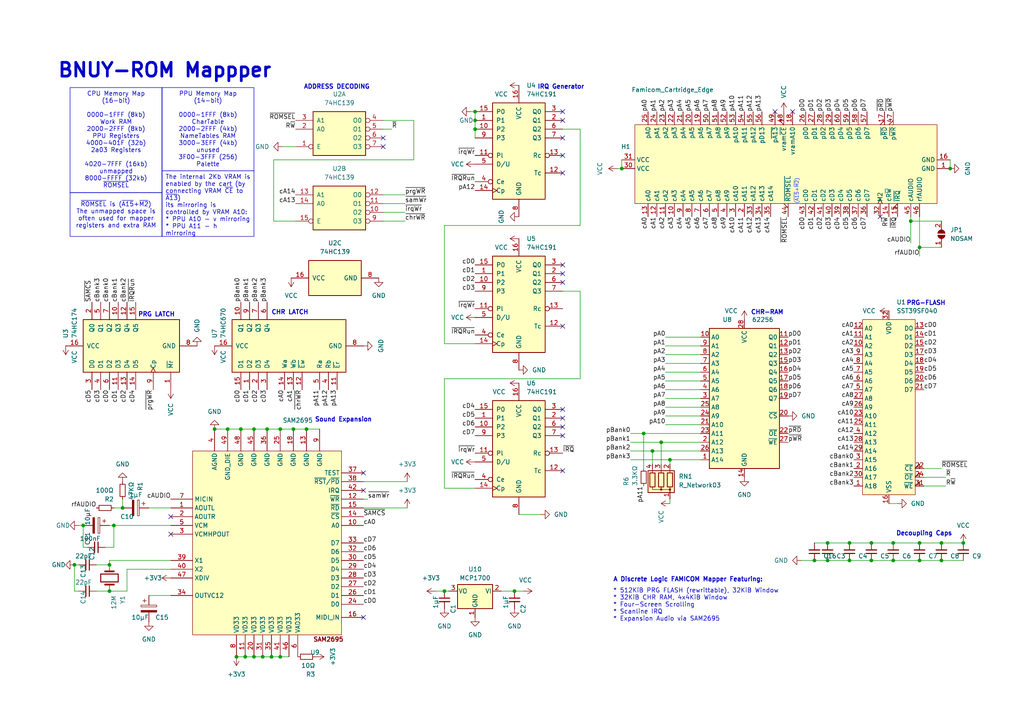
<source format=kicad_sch>
(kicad_sch (version 20230121) (generator eeschema)
  (paper "A4")
  (title_block (title "BNUY-ROM Board") (date "2024-03-04") (rev "v0a"))
  (junction (at 273.05 157.48))
  (junction (at 31.75 163.83))
  (junction (at 259.08 157.48))
  (junction (at 76.2 190.5))
  (junction (at 137.795 34.925))
  (junction (at 35.56 147.32))
  (junction (at 266.7 71.755))
  (junction (at 273.05 162.56))
  (junction (at 275.59 48.895))
  (junction (at 279.4 157.48))
  (junction (at 240.03 162.56))
  (junction (at 189.23 130.81))
  (junction (at 137.795 37.465))
  (junction (at 180.34 48.895))
  (junction (at 81.28 124.46))
  (junction (at 68.58 190.5))
  (junction (at 236.22 162.56))
  (junction (at 71.12 190.5))
  (junction (at 194.31 133.35))
  (junction (at 264.16 64.135))
  (junction (at 21.59 163.83))
  (junction (at 246.38 157.48))
  (junction (at 69.85 124.46))
  (junction (at 81.28 190.5))
  (junction (at 149.225 171.45))
  (junction (at 24.13 152.4))
  (junction (at 73.66 124.46))
  (junction (at 128.905 171.45))
  (junction (at 252.73 157.48))
  (junction (at 240.03 157.48))
  (junction (at 191.77 128.27))
  (junction (at 78.74 190.5))
  (junction (at 246.38 162.56))
  (junction (at 33.02 152.4))
  (junction (at 186.69 125.73))
  (junction (at 252.73 162.56))
  (junction (at 259.08 162.56))
  (junction (at 62.23 124.46))
  (junction (at 85.09 124.46))
  (junction (at 266.7 162.56))
  (junction (at 66.04 124.46))
  (junction (at 88.9 124.46))
  (junction (at 31.75 171.45))
  (junction (at 266.7 157.48))
  (junction (at 73.66 190.5))
  (junction (at 77.47 124.46))
  (junction (at 137.795 32.385))
  (no_connect (at 163.195 118.745))
  (no_connect (at 255.27 62.865))
  (no_connect (at 163.195 45.085))
  (no_connect (at 163.195 34.925))
  (no_connect (at 224.79 32.385))
  (no_connect (at 49.53 154.94))
  (no_connect (at 105.41 137.16))
  (no_connect (at 163.195 50.165))
  (no_connect (at 163.195 123.825))
  (no_connect (at 163.195 81.915))
  (no_connect (at 163.195 40.005))
  (no_connect (at 49.53 149.86))
  (no_connect (at 111.125 40.005))
  (no_connect (at 163.195 32.385))
  (no_connect (at 163.195 79.375))
  (no_connect (at 163.195 94.615))
  (no_connect (at 105.41 142.24))
  (no_connect (at 163.195 76.835))
  (no_connect (at 229.87 32.385))
  (no_connect (at 105.41 179.07))
  (no_connect (at 163.195 126.365))
  (no_connect (at 163.195 136.525))
  (no_connect (at 163.195 121.285))
  (no_connect (at 111.125 42.545))
  (wire (pts (xy 260.35 146.05) (xy 257.81 146.05)))
  (wire (pts (xy 266.7 71.755) (xy 273.05 71.755)))
  (wire (pts (xy 137.795 32.385) (xy 137.795 34.925)))
  (wire (pts (xy 73.66 190.5) (xy 76.2 190.5)))
  (wire (pts (xy 191.77 128.27) (xy 203.2 128.27)))
  (wire (pts (xy 182.88 125.73) (xy 186.69 125.73)))
  (wire (pts (xy 33.02 147.32) (xy 35.56 147.32)))
  (wire (pts (xy 194.31 133.35) (xy 194.31 134.62)))
  (wire (pts (xy 191.77 128.27) (xy 191.77 134.62)))
  (wire (pts (xy 118.11 139.7) (xy 105.41 139.7)))
  (wire (pts (xy 236.22 162.56) (xy 240.03 162.56)))
  (wire (pts (xy 69.85 124.46) (xy 73.66 124.46)))
  (wire (pts (xy 128.905 171.45) (xy 130.175 171.45)))
  (wire (pts (xy 163.195 84.455) (xy 168.275 84.455)))
  (wire (pts (xy 179.07 48.895) (xy 180.34 48.895)))
  (wire (pts (xy 117.475 56.515) (xy 111.125 56.515)))
  (wire (pts (xy 182.88 128.27) (xy 191.77 128.27)))
  (wire (pts (xy 273.05 135.89) (xy 267.97 135.89)))
  (wire (pts (xy 27.94 171.45) (xy 31.75 171.45)))
  (wire (pts (xy 252.73 162.56) (xy 259.08 162.56)))
  (wire (pts (xy 168.275 65.405) (xy 168.275 37.465)))
  (wire (pts (xy 193.04 113.03) (xy 203.2 113.03)))
  (wire (pts (xy 22.86 152.4) (xy 24.13 152.4)))
  (wire (pts (xy 168.275 37.465) (xy 163.195 37.465)))
  (wire (pts (xy 236.22 157.48) (xy 240.03 157.48)))
  (wire (pts (xy 273.05 162.56) (xy 279.4 162.56)))
  (wire (pts (xy 193.04 97.79) (xy 203.2 97.79)))
  (wire (pts (xy 259.08 157.48) (xy 266.7 157.48)))
  (wire (pts (xy 21.59 171.45) (xy 22.86 171.45)))
  (wire (pts (xy 246.38 157.48) (xy 252.73 157.48)))
  (wire (pts (xy 126.365 171.45) (xy 128.905 171.45)))
  (wire (pts (xy 267.97 140.97) (xy 274.32 140.97)))
  (wire (pts (xy 31.75 152.4) (xy 33.02 152.4)))
  (wire (pts (xy 120.015 34.925) (xy 111.125 34.925)))
  (wire (pts (xy 25.4 158.75) (xy 24.13 158.75)))
  (wire (pts (xy 194.31 133.35) (xy 203.2 133.35)))
  (wire (pts (xy 128.905 109.855) (xy 128.905 141.605)))
  (wire (pts (xy 128.905 141.605) (xy 137.795 141.605)))
  (wire (pts (xy 30.48 158.75) (xy 33.02 158.75)))
  (wire (pts (xy 193.04 110.49) (xy 203.2 110.49)))
  (wire (pts (xy 81.915 42.545) (xy 85.725 42.545)))
  (wire (pts (xy 240.03 162.56) (xy 246.38 162.56)))
  (wire (pts (xy 117.475 61.595) (xy 111.125 61.595)))
  (wire (pts (xy 266.7 157.48) (xy 273.05 157.48)))
  (wire (pts (xy 81.28 124.46) (xy 85.09 124.46)))
  (wire (pts (xy 168.275 84.455) (xy 168.275 109.855)))
  (wire (pts (xy 149.225 171.45) (xy 145.415 171.45)))
  (wire (pts (xy 193.04 123.19) (xy 203.2 123.19)))
  (wire (pts (xy 273.05 64.135) (xy 264.16 64.135)))
  (wire (pts (xy 118.11 147.32) (xy 105.41 147.32)))
  (wire (pts (xy 73.66 124.46) (xy 77.47 124.46)))
  (wire (pts (xy 77.47 124.46) (xy 81.28 124.46)))
  (wire (pts (xy 137.795 99.695) (xy 128.905 99.695)))
  (wire (pts (xy 264.16 64.135) (xy 264.16 70.485)))
  (wire (pts (xy 31.75 162.56) (xy 49.53 162.56)))
  (wire (pts (xy 66.04 124.46) (xy 69.85 124.46)))
  (wire (pts (xy 35.56 144.78) (xy 35.56 147.32)))
  (wire (pts (xy 193.04 102.87) (xy 203.2 102.87)))
  (wire (pts (xy 117.475 59.055) (xy 111.125 59.055)))
  (wire (pts (xy 182.88 133.35) (xy 194.31 133.35)))
  (wire (pts (xy 62.23 124.46) (xy 66.04 124.46)))
  (wire (pts (xy 24.13 152.4) (xy 24.13 158.75)))
  (wire (pts (xy 81.28 190.5) (xy 83.82 190.5)))
  (wire (pts (xy 79.375 64.135) (xy 85.725 64.135)))
  (wire (pts (xy 128.905 99.695) (xy 128.905 65.405)))
  (wire (pts (xy 49.53 165.1) (xy 36.83 165.1)))
  (wire (pts (xy 252.73 157.48) (xy 259.08 157.48)))
  (wire (pts (xy 85.09 124.46) (xy 88.9 124.46)))
  (wire (pts (xy 274.32 138.43) (xy 267.97 138.43)))
  (wire (pts (xy 240.03 157.48) (xy 246.38 157.48)))
  (wire (pts (xy 266.7 71.755) (xy 266.7 62.865)))
  (wire (pts (xy 79.375 64.135) (xy 79.375 46.355)))
  (wire (pts (xy 275.59 48.895) (xy 275.59 46.355)))
  (wire (pts (xy 79.375 46.355) (xy 120.015 46.355)))
  (wire (pts (xy 120.015 46.355) (xy 120.015 34.925)))
  (wire (pts (xy 36.83 171.45) (xy 31.75 171.45)))
  (wire (pts (xy 33.02 152.4) (xy 33.02 158.75)))
  (wire (pts (xy 232.41 162.56) (xy 236.22 162.56)))
  (wire (pts (xy 193.04 105.41) (xy 203.2 105.41)))
  (wire (pts (xy 266.7 74.295) (xy 266.7 71.755)))
  (wire (pts (xy 71.12 190.5) (xy 73.66 190.5)))
  (wire (pts (xy 189.23 130.81) (xy 203.2 130.81)))
  (wire (pts (xy 193.04 115.57) (xy 203.2 115.57)))
  (wire (pts (xy 68.58 190.5) (xy 71.12 190.5)))
  (wire (pts (xy 193.04 118.11) (xy 203.2 118.11)))
  (wire (pts (xy 137.795 37.465) (xy 137.795 40.005)))
  (wire (pts (xy 106.68 144.78) (xy 105.41 144.78)))
  (wire (pts (xy 43.18 172.72) (xy 49.53 172.72)))
  (wire (pts (xy 189.23 130.81) (xy 189.23 134.62)))
  (wire (pts (xy 193.04 107.95) (xy 203.2 107.95)))
  (wire (pts (xy 186.69 125.73) (xy 203.2 125.73)))
  (wire (pts (xy 186.69 125.73) (xy 186.69 135.89)))
  (wire (pts (xy 76.2 190.5) (xy 78.74 190.5)))
  (wire (pts (xy 137.795 34.925) (xy 137.795 37.465)))
  (wire (pts (xy 150.495 149.225) (xy 156.845 149.225)))
  (wire (pts (xy 151.765 171.45) (xy 149.225 171.45)))
  (wire (pts (xy 182.88 130.81) (xy 189.23 130.81)))
  (wire (pts (xy 168.275 109.855) (xy 128.905 109.855)))
  (wire (pts (xy 113.665 37.465) (xy 111.125 37.465)))
  (wire (pts (xy 27.94 163.83) (xy 31.75 163.83)))
  (wire (pts (xy 193.04 120.65) (xy 203.2 120.65)))
  (wire (pts (xy 21.59 163.83) (xy 21.59 171.45)))
  (wire (pts (xy 193.04 100.33) (xy 203.2 100.33)))
  (wire (pts (xy 136.525 32.385) (xy 137.795 32.385)))
  (wire (pts (xy 259.08 162.56) (xy 266.7 162.56)))
  (wire (pts (xy 180.34 48.895) (xy 180.34 46.355)))
  (wire (pts (xy 43.18 147.32) (xy 49.53 147.32)))
  (wire (pts (xy 266.7 162.56) (xy 273.05 162.56)))
  (wire (pts (xy 194.31 146.05) (xy 194.31 144.78)))
  (wire (pts (xy 36.83 165.1) (xy 36.83 171.45)))
  (wire (pts (xy 273.05 157.48) (xy 279.4 157.48)))
  (wire (pts (xy 117.475 64.135) (xy 111.125 64.135)))
  (wire (pts (xy 21.59 163.83) (xy 22.86 163.83)))
  (wire (pts (xy 246.38 162.56) (xy 252.73 162.56)))
  (wire (pts (xy 128.905 65.405) (xy 168.275 65.405)))
  (wire (pts (xy 88.9 124.46) (xy 92.71 124.46)))
  (wire (pts (xy 264.16 62.865) (xy 264.16 64.135)))
  (wire (pts (xy 78.74 190.5) (xy 81.28 190.5)))
  (wire (pts (xy 33.02 152.4) (xy 49.53 152.4)))
  (wire (pts (xy 31.75 162.56) (xy 31.75 163.83)))
  (text_box "PPU Memory Map (14-bit)\n\n0000-1FFF (8kb) CharTable\n2000-2FFF (4kb) NameTables RAM\n3000-3EFF (4kb)  unused\n3F00-3FFF (256)  Palette" (at 46.99 25.4 0) (size 26.67 24.13) (effects (font (size 1.27 1.27)) (justify top)))
  (text_box "CPU Memory Map (16-bit)\n\n0000-1FFF (8kb)\nWork RAM\n2000-2FFF (8kb)\nPPU Registers\n4000-401F (32b) \n2a03 Registers\n\n4020-7FFF (16kb) \nunmapped\n8000-FFFF (32kb) \n~{ROMSEL}" (at 20.32 25.4 0) (size 26.67 30.48) (effects (font (size 1.27 1.27)) (justify top)))
  (text_box "~{ROMSEL} is (~{A15}+~{M2})\nThe unmapped space is often used for mapper registers and extra RAM" (at 20.32 55.88 0) (size 26.67 12.7) (effects (font (size 1.27 1.27))))
  (text_box "The internal 2Kb VRAM is enabled by the cart (by connecting VRAM ~{CE} to ~{A13})\nits mirroring is controlled by VRAM A10: \n* PPU A10 - v mirroring\n* PPU A11 - h mirroring" (at 46.99 49.53 0) (size 26.67 19.05) (effects (font (size 1.27 1.27)) (justify left top)))
  (text "BNUY-ROM Mappper\n" (at 16.51 22.86 0) (effects (font (size 4 4) (thickness 0.8) bold) (justify left bottom)))
  (text "* 512KiB PRG FLASH (rewrittable), 32KiB Window\n* 32KiB CHR RAM, 4x4KiB Window\n* Four-Screen Scrolling\n* Scanline IRQ\n* Expansion Audio via SAM2695" (at 177.8 180.34 0) (effects (font (size 1.27 1.27)) (justify left bottom)))
  (text "ADDRESS DECODING" (at 107.315 26.035 0) (effects (font (size 1.27 1.27) (thickness 0.254) bold) (justify right bottom)))
  (text "CHR-RAM\n" (at 227.33 91.44 0) (effects (font (size 1.27 1.27) (thickness 0.254) bold) (justify right bottom)))
  (text "CHR LATCH" (at 89.535 91.44 0) (effects (font (size 1.27 1.27) (thickness 0.254) bold) (justify right bottom)))
  (text "A Discrete Logic FAMICOM Mapper Featuring:\n" (at 177.8 168.91 0) (effects (font (size 1.27 1.27) (thickness 0.254) bold) (justify left bottom)))
  (text "Decoupling Caps" (at 276.225 155.575 0) (effects (font (size 1.27 1.27) (thickness 0.254) bold) (justify right bottom)))
  (text "PRG-FLASH\n\n" (at 274.32 90.805 0) (effects (font (size 1.27 1.27) (thickness 0.254) bold) (justify right bottom)))
  (text "PRG LATCH" (at 50.8 92.075 0) (effects (font (size 1.27 1.27) (thickness 0.254) bold) (justify right bottom)))
  (text "Sound Expansion" (at 107.95 122.555 0) (effects (font (size 1.27 1.27) (thickness 0.254) bold) (justify right bottom)))
  (text "IRQ Generator" (at 169.545 26.035 0) (effects (font (size 1.27 1.27) (thickness 0.254) bold) (justify right bottom)))
  (label "cD1" (at 267.97 97.79 0))
  (label "cD0" (at 267.97 95.25 0))
  (label "pD3" (at 228.6 105.41 0))
  (label "cBank3" (at 247.65 140.97 180))
  (label "cA0" (at 82.55 113.03 270))
  (label "cD1" (at 72.39 113.03 270))
  (label "~{chrWR}" (at 87.63 113.03 270))
  (label "cD6" (at 137.795 123.825 180))
  (label "cBank2" (at 36.83 87.63 90))
  (label "cD6" (at 267.97 110.49 0))
  (label "pBank1" (at 72.39 87.63 90))
  (label "cA7" (at 205.74 62.865 270))
  (label "cD7" (at 105.41 157.48 0))
  (label "pD0" (at 233.68 32.385 90))
  (label "~{irqWr}" (at 117.475 61.595 0))
  (label "cBank0" (at 31.75 87.63 90))
  (label "cD2" (at 36.83 113.03 270))
  (label "pD5" (at 228.6 110.49 0))
  (label "cA14" (at 85.725 56.515 180))
  (label "cD3" (at 137.795 84.455 180))
  (label "~{ROMSEL}" (at 228.6 62.865 270))
  (label "~{irqWr}" (at 137.795 131.445 180))
  (label "cA12" (at 247.65 125.73 180))
  (label "cBank1" (at 247.65 135.89 180))
  (label "cD4" (at 137.795 118.745 180))
  (label "pA8" (at 208.28 32.385 90))
  (label "cA1" (at 247.65 97.79 180))
  (label "pA7" (at 205.74 32.385 90))
  (label "~{chrWR}" (at 117.475 64.135 0))
  (label "pBank0" (at 182.88 125.73 180))
  (label "cA8" (at 208.28 62.865 270))
  (label "cD7" (at 137.795 126.365 180))
  (label "cD5" (at 137.795 121.285 180))
  (label "cD1" (at 137.795 79.375 180))
  (label "pA1" (at 190.5 32.385 90))
  (label "pBank3" (at 77.47 87.63 90))
  (label "cD3" (at 105.41 167.64 0))
  (label "~{pRD}" (at 256.54 32.385 90))
  (label "cD5" (at 246.38 62.865 270))
  (label "cA10" (at 213.36 62.865 270))
  (label "cD0" (at 31.75 113.03 270))
  (label "~{ROMSEL}" (at 85.725 34.925 180))
  (label "pA9" (at 210.82 32.385 90))
  (label "cAUDIO" (at 49.53 144.78 180))
  (label "~{prgWR}" (at 117.475 56.515 0))
  (label "~{R}" (at 113.665 37.465 0))
  (label "cA2" (at 193.04 62.865 270))
  (label "cAUDIO" (at 264.16 70.485 180))
  (label "pA1" (at 193.04 100.33 180))
  (label "pD7" (at 228.6 115.57 0))
  (label "cBank3" (at 29.21 87.63 90))
  (label "cD0" (at 137.795 76.835 180))
  (label "pA11" (at 186.69 140.97 270))
  (label "cA3" (at 195.58 62.865 270))
  (label "pA2" (at 193.04 102.87 180))
  (label "cD3" (at 29.21 113.03 270))
  (label "~{pWR}" (at 228.6 128.27 0))
  (label "cD1" (at 236.22 62.865 270))
  (label "pBank3" (at 182.88 133.35 180))
  (label "~{samWr}" (at 106.68 144.78 0))
  (label "cBank0" (at 247.65 133.35 180))
  (label "cA0" (at 187.96 62.865 270))
  (label "~{IRQ}" (at 260.35 62.865 270))
  (label "cA5" (at 200.66 62.865 270))
  (label "cD5" (at 267.97 107.95 0))
  (label "~{pRD}" (at 228.6 125.73 0))
  (label "pD1" (at 236.22 32.385 90))
  (label "cD6" (at 248.92 62.865 270))
  (label "cD2" (at 267.97 100.33 0))
  (label "cA14" (at 223.52 62.865 270))
  (label "cA10" (at 247.65 120.65 180))
  (label "pA3" (at 193.04 105.41 180))
  (label "~{SAMCS}" (at 26.67 87.63 90))
  (label "cD5" (at 105.41 162.56 0))
  (label "cA0" (at 247.65 95.25 180))
  (label "cA6" (at 247.65 110.49 180))
  (label "~{SAMCS}" (at 105.41 149.86 0))
  (label "~{pWR}" (at 259.08 32.385 90))
  (label "pA12" (at 95.25 113.03 270))
  (label "pA4" (at 193.04 107.95 180))
  (label "cD1" (at 34.29 113.03 270))
  (label "pD6" (at 248.92 32.385 90))
  (label "pA10" (at 213.36 32.385 90))
  (label "cA3" (at 247.65 102.87 180))
  (label "R~{W}" (at 274.32 140.97 0))
  (label "cA7" (at 247.65 113.03 180))
  (label "pA5" (at 200.66 32.385 90))
  (label "cA8" (at 247.65 115.57 180))
  (label "cA1" (at 85.09 113.03 270))
  (label "~{ROMSEL}" (at 273.05 135.89 0))
  (label "cD3" (at 241.3 62.865 270))
  (label "cD0" (at 105.41 175.26 0))
  (label "pD0" (at 228.6 97.79 0))
  (label "cD3" (at 267.97 102.87 0))
  (label "cA2" (at 247.65 100.33 180))
  (label "pBank0" (at 69.85 87.63 90))
  (label "cD1" (at 105.41 172.72 0))
  (label "cD4" (at 267.97 105.41 0))
  (label "cA11" (at 247.65 123.19 180))
  (label "pBank1" (at 182.88 128.27 180))
  (label "cD3" (at 77.47 113.03 270))
  (label "~{irqWr}" (at 137.795 45.085 180))
  (label "pBank2" (at 182.88 130.81 180))
  (label "pA2" (at 193.04 32.385 90))
  (label "pD4" (at 228.6 107.95 0))
  (label "pA0" (at 187.96 32.385 90))
  (label "cD5" (at 26.67 113.03 270))
  (label "pA10" (at 193.04 123.19 180))
  (label "~{samWr}" (at 117.475 59.055 0))
  (label "pA4" (at 198.12 32.385 90))
  (label "pA7" (at 193.04 115.57 180))
  (label "R~{W}" (at 257.81 62.865 270))
  (label "pA9" (at 193.04 120.65 180))
  (label "cA12" (at 218.44 62.865 270))
  (label "pD5" (at 246.38 32.385 90))
  (label "~{prgWR}" (at 44.45 113.03 270))
  (label "cD6" (at 105.41 160.02 0))
  (label "pA13" (at 97.79 113.03 270))
  (label "pD2" (at 228.6 102.87 0))
  (label "cD2" (at 137.795 81.915 180))
  (label "pA0" (at 193.04 97.79 180))
  (label "pA12" (at 218.44 32.385 90))
  (label "pA3" (at 195.58 32.385 90))
  (label "cD0" (at 233.68 62.865 270))
  (label "rfAUDIO" (at 266.7 74.295 180))
  (label "~{IRQRun}" (at 137.795 97.155 180))
  (label "pA5" (at 193.04 110.49 180))
  (label "pA11" (at 215.9 32.385 90))
  (label "rfAUDIO" (at 27.94 147.32 180))
  (label "cA13" (at 247.65 128.27 180))
  (label "cD4" (at 105.41 165.1 0))
  (label "cA4" (at 198.12 62.865 270))
  (label "cD7" (at 267.97 113.03 0))
  (label "cD2" (at 238.76 62.865 270))
  (label "pD3" (at 241.3 32.385 90))
  (label "cD4" (at 243.84 62.865 270))
  (label "pBank2" (at 74.93 87.63 90))
  (label "cD4" (at 39.37 113.03 270))
  (label "cD2" (at 105.41 170.18 0))
  (label "pD7" (at 251.46 32.385 90))
  (label "cA1" (at 190.5 62.865 270))
  (label "pD4" (at 243.84 32.385 90))
  (label "cA6" (at 203.2 62.865 270))
  (label "cA14" (at 247.65 130.81 180))
  (label "cD2" (at 74.93 113.03 270))
  (label "cD0" (at 69.85 113.03 270))
  (label "~{IRQRun}" (at 137.795 52.705 180))
  (label "cA5" (at 247.65 107.95 180))
  (label "~{R}" (at 274.32 138.43 0))
  (label "cBank2" (at 247.65 138.43 180))
  (label "pA8" (at 193.04 118.11 180))
  (label "cA0" (at 105.41 152.4 0))
  (label "cBank1" (at 34.29 87.63 90))
  (label "pA11" (at 92.71 113.03 270))
  (label "pA6" (at 193.04 113.03 180))
  (label "~{IRQRun}" (at 137.795 139.065 180))
  (label "R~{W}" (at 85.725 37.465 180))
  (label "pA12" (at 137.795 55.245 180))
  (label "pD6" (at 228.6 113.03 0))
  (label "cA11" (at 215.9 62.865 270))
  (label "~{IRQ}" (at 163.195 131.445 0))
  (label "cD7" (at 251.46 62.865 270))
  (label "~{irqWr}" (at 137.795 89.535 180))
  (label "pA13" (at 220.98 32.385 90))
  (label "cA9" (at 247.65 118.11 180))
  (label "cA13" (at 85.725 59.055 180))
  (label "~{IRQRun}" (at 39.37 87.63 90))
  (label "pA6" (at 203.2 32.385 90))
  (label "cA4" (at 247.65 105.41 180))
  (label "cA9" (at 210.82 62.865 270))
  (label "pD1" (at 228.6 100.33 0))
  (label "cA13" (at 220.98 62.865 270))
  (label "pD2" (at 238.76 32.385 90))
  (symbol (lib_id "power:+3V3") (at 118.11 139.7 0) (unit 1)
    (property "Reference" "#PWR028" (effects hide))
    (property "Value" "+3V3" (at 118.11 134.62 0))
  )
  (symbol (lib_id "Device:C_Small") (at 273.05 160.02 0) (mirror x) (unit 1)
    (property "Reference" "C8" (at 275.59 161.2837 0) (effects (justify left)))
    (property "Value" "C_Small" (effects hide))
    (property "Footprint" "Capacitor_SMD:C_1206_3216Metric_Pad1.33x1.80mm_HandSolder" (effects hide))
  )
  (symbol (lib_id "74xx:74LS139") (at 98.425 59.055 0) (unit 2)
    (property "Reference" "U2" (at 98.425 48.895 0))
    (property "Value" "74HC139" (at 98.425 51.435 0))
    (property "Footprint" "PCM_Package_DIP_AKL:DIP-16_W7.62mm_LongPads" (effects hide))
    (property "Datasheet" "http://www.ti.com/lit/ds/symlink/sn74ls139a.pdf" (effects hide))
  )
  (symbol (lib_id "power:GND") (at 150.495 107.315 90) (unit 1)
    (property "Reference" "#PWR017" (effects hide))
    (property "Value" "GND" (at 154.305 107.315 90) (effects (justify right)))
  )
  (symbol (lib_id "power:VCC") (at 150.495 24.765 90) (unit 1)
    (property "Reference" "#PWR021" (effects hide))
    (property "Value" "VCC" (at 145.415 27.305 90))
  )
  (symbol (lib_id "Device:R_Small") (at 30.48 147.32 90) (unit 1)
    (property "Reference" "R2" (at 33.02 144.78 90) (effects (justify left)))
    (property "Value" "100Ω" (at 33.02 142.24 90) (effects (justify left)))
    (property "Footprint" "PCM_Resistor_THT_AKL:R_Axial_DIN0204_L3.6mm_D1.6mm_P2.54mm_Vertical" (effects hide))
  )
  (symbol (lib_id "Device:C_Small") (at 25.4 163.83 270) (unit 1)
    (property "Reference" "C13" (at 24.13 167.64 0) (effects (justify right)))
    (property "Value" "22pF" (at 26.67 161.29 90) (effects (justify right)))
    (property "Footprint" "Capacitor_THT:C_Disc_D3.0mm_W1.6mm_P2.50mm" (effects hide))
  )
  (symbol (lib_id "Device:R_Network03") (at 191.77 139.7 180) (unit 1)
    (property "Reference" "RN1" (at 196.85 138.176 0) (effects (justify right)))
    (property "Value" "R_Network03" (at 196.85 140.716 0) (effects (justify right)))
    (property "Footprint" "Resistor_THT:R_Array_SIP4" (effects hide))
    (property "Datasheet" "http://www.vishay.com/docs/31509/csc.pdf" (effects hide))
  )
  (symbol (lib_id "power:+3V3") (at 91.44 190.5 270) (unit 1)
    (property "Reference" "#PWR035" (effects hide))
    (property "Value" "+3V3" (at 96.52 190.5 0))
  )
  (symbol (lib_id "power:VCC") (at 137.795 133.985 90) (unit 1)
    (property "Reference" "#PWR08" (effects hide))
    (property "Value" "VCC" (at 132.715 133.985 90))
  )
  (symbol (lib_id "power:GND") (at 22.86 152.4 270) (unit 1)
    (property "Reference" "#PWR033" (effects hide))
    (property "Value" "GND" (at 20.32 152.4 90) (effects (justify right)))
  )
  (symbol (lib_id "power:VCC") (at 150.495 69.215 90) (unit 1)
    (property "Reference" "#PWR011" (effects hide))
    (property "Value" "VCC" (at 145.415 71.755 90))
  )
  (symbol (lib_id "power:GND") (at 149.225 176.53 0) (unit 1)
    (property "Reference" "#PWR043" (effects hide))
    (property "Value" "GND" (at 149.225 181.61 0))
  )
  (symbol (lib_id "power:GND") (at 21.59 163.83 270) (unit 1)
    (property "Reference" "#PWR036" (effects hide))
    (property "Value" "GND" (at 19.05 163.83 90) (effects (justify right)))
  )
  (symbol (lib_id "Device:C_Polarized") (at 39.37 147.32 270) (unit 1)
    (property "Reference" "C10" (at 36.83 149.86 90))
    (property "Value" "1µF" (at 39.37 143.51 90))
    (property "Footprint" "Capacitor_THT:CP_Radial_D4.0mm_P1.50mm" (effects hide))
  )
  (symbol (lib_id "Device:C_Small") (at 240.03 160.02 0) (mirror x) (unit 1)
    (property "Reference" "C3" (at 242.57 161.2837 0) (effects (justify left)))
    (property "Value" "C_Small" (effects hide))
    (property "Footprint" "Capacitor_SMD:C_1206_3216Metric_Pad1.33x1.80mm_HandSolder" (effects hide))
  )
  (symbol (lib_id "power:GND") (at 109.855 80.645 0) (unit 1)
    (property "Reference" "#PWR03" (effects hide))
    (property "Value" "GND" (at 109.855 85.725 0))
  )
  (symbol (lib_id "power:GND") (at 215.9 138.43 0) (unit 1)
    (property "Reference" "#PWR018" (effects hide))
    (property "Value" "GND" (at 215.9 143.51 0))
  )
  (symbol (lib_id "Device:C_Small") (at 266.7 160.02 0) (mirror x) (unit 1)
    (property "Reference" "C7" (at 269.24 161.2837 0) (effects (justify left)))
    (property "Value" "C_Small" (effects hide))
    (property "Footprint" "Capacitor_SMD:C_1206_3216Metric_Pad1.33x1.80mm_HandSolder" (effects hide))
  )
  (symbol (lib_id "power:VCC") (at 19.05 100.33 180) (unit 1)
    (property "Reference" "#PWR07" (effects hide))
    (property "Value" "VCC" (at 21.59 101.6 90) (effects (justify left)))
  )
  (symbol (lib_id "power:VCC") (at 49.53 113.03 180) (unit 1)
    (property "Reference" "#PWR013" (effects hide))
    (property "Value" "VCC" (at 49.53 116.84 90) (effects (justify left)))
  )
  (symbol (lib_id "power:GND") (at 136.525 32.385 270) (unit 1)
    (property "Reference" "#PWR023" (effects hide))
    (property "Value" "GND" (at 135.255 34.925 90))
  )
  (symbol (lib_id "74xx:74LS174") (at 36.83 100.33 90) (unit 1)
    (property "Reference" "U3" (at 19.05 98.1359 0) (effects (justify left)))
    (property "Value" "74HC174" (at 21.59 98.1359 0) (effects (justify left)))
    (property "Footprint" "PCM_Package_DIP_AKL:DIP-16_W7.62mm_LongPads" (effects hide))
    (property "Datasheet" "http://www.ti.com/lit/gpn/sn74LS174" (effects hide))
  )
  (symbol (lib_id "power:+3V3") (at 118.11 147.32 0) (unit 1)
    (property "Reference" "#PWR024" (effects hide))
    (property "Value" "+3V3" (at 118.11 142.24 0))
  )
  (symbol (lib_id "power:+3V3") (at 49.53 167.64 90) (unit 1)
    (property "Reference" "#PWR031" (effects hide))
    (property "Value" "+3V3" (at 46.99 167.64 90) (effects (justify left)))
  )
  (symbol (lib_id "power:VCC") (at 194.31 146.05 90) (unit 1)
    (property "Reference" "#PWR027" (effects hide))
    (property "Value" "VCC" (at 191.77 149.86 0))
  )
  (symbol (lib_id "Device:C_Small") (at 279.4 160.02 0) (mirror x) (unit 1)
    (property "Reference" "C9" (at 281.94 161.2837 0) (effects (justify left)))
    (property "Value" "C_Small" (effects hide))
    (property "Footprint" "Capacitor_SMD:C_1206_3216Metric_Pad1.33x1.80mm_HandSolder" (effects hide))
  )
  (symbol (lib_id "Device:C_Polarized") (at 27.94 152.4 270) (unit 1)
    (property "Reference" "C11" (at 25.4 156.21 0))
    (property "Value" "10µF" (at 25.4 149.86 0))
    (property "Footprint" "Capacitor_THT:CP_Radial_D4.0mm_P1.50mm" (effects hide))
  )
  (symbol (lib_id "power:GND") (at 81.915 42.545 270) (unit 1)
    (property "Reference" "#PWR04" (effects hide))
    (property "Value" "GND" (at 78.105 42.545 90) (effects (justify right)))
  )
  (symbol (lib_id "power:+3V3") (at 68.58 190.5 180) (unit 1)
    (property "Reference" "#PWR030" (effects hide))
    (property "Value" "+3V3" (at 68.58 195.58 0))
  )
  (symbol (lib_id "Famicom:Famicom_Cartridge_Edge") (at 275.59 64.135 90) (unit 1)
    (property "Reference" "H1" (at 182.88 42.545 90) (effects (justify left)))
    (property "Value" "Famicom_Cartridge_Edge" (at 207.01 26.035 90) (effects (justify left)))
    (property "Footprint" "famicom:Famicom Cartridge Edge Connector (long legs)" (effects hide))
  )
  (symbol (lib_id "power:VCC") (at 62.23 100.33 180) (unit 1)
    (property "Reference" "#PWR010" (effects hide))
    (property "Value" "VCC" (at 64.77 105.41 90) (effects (justify right)))
  )
  (symbol (lib_id "Device:C_Small") (at 252.73 160.02 0) (mirror x) (unit 1)
    (property "Reference" "C5" (at 255.27 161.2837 0) (effects (justify left)))
    (property "Value" "C_Small" (effects hide))
    (property "Footprint" "Capacitor_SMD:C_1206_3216Metric_Pad1.33x1.80mm_HandSolder" (effects hide))
  )
  (symbol (lib_id "power:VCC") (at 84.455 80.645 180) (unit 1)
    (property "Reference" "#PWR05" (effects hide))
    (property "Value" "VCC" (at 84.455 85.725 0))
  )
  (symbol (lib_id "power:VCC") (at 151.765 171.45 270) (unit 1)
    (property "Reference" "#PWR041" (effects hide))
    (property "Value" "VCC" (at 150.495 168.275 90) (effects (justify left)))
  )
  (symbol (lib_id "Device:C_Small") (at 236.22 160.02 0) (mirror x) (unit 1)
    (property "Reference" "C16" (at 238.76 161.2837 0) (effects (justify left)))
    (property "Value" "C_Small" (effects hide))
    (property "Footprint" "Capacitor_SMD:C_1206_3216Metric_Pad1.33x1.80mm_HandSolder" (effects hide))
  )
  (symbol (lib_id "power:VCC") (at 279.4 157.48 0) (mirror y) (unit 1)
    (property "Reference" "#PWR040" (effects hide))
    (property "Value" "VCC" (at 279.4 152.4 0))
  )
  (symbol (lib_id "Memory_RAM:CY62256-70PC") (at 215.9 115.57 0) (unit 1)
    (property "Reference" "U8" (at 209.55 92.71 0) (effects (justify left)))
    (property "Value" "62256" (at 218.0941 92.71 0) (effects (justify left)))
    (property "Footprint" "Package_DIP:DIP-28_W15.24mm_LongPads" (effects hide))
    (property "Datasheet" "https://ecee.colorado.edu/~mcclurel/Cypress_SRAM_CY62256.pdf" (effects hide))
  )
  (symbol (lib_id "power:VCC") (at 179.07 48.895 90) (unit 1)
    (property "Reference" "#PWR02" (effects hide))
    (property "Value" "VCC" (at 173.99 48.895 0))
  )
  (symbol (lib_id "power:GND") (at 275.59 48.895 90) (unit 1)
    (property "Reference" "#PWR01" (effects hide))
    (property "Value" "GND" (at 280.67 48.895 0))
  )
  (symbol (lib_id "Device:C_Small") (at 246.38 160.02 0) (mirror x) (unit 1)
    (property "Reference" "C4" (at 248.92 161.2837 0) (effects (justify left)))
    (property "Value" "C_Small" (effects hide))
    (property "Footprint" "Capacitor_SMD:C_1206_3216Metric_Pad1.33x1.80mm_HandSolder" (effects hide))
  )
  (symbol (lib_id "74xx:74LS191") (at 150.495 42.545 0) (unit 1)
    (property "Reference" "U4" (at 152.6891 24.765 0) (effects (justify left)))
    (property "Value" "74HC191" (at 152.6891 27.305 0) (effects (justify left)))
    (property "Footprint" "PCM_Package_DIP_AKL:DIP-16_W7.62mm_LongPads" (effects hide))
    (property "Datasheet" "http://www.ti.com/lit/gpn/sn74LS191" (effects hide))
  )
  (symbol (lib_id "power:GND") (at 35.56 139.7 180) (unit 1)
    (property "Reference" "#PWR037" (effects hide))
    (property "Value" "GND" (at 35.56 134.62 0))
  )
  (symbol (lib_id "power:GND") (at 232.41 162.56 270) (mirror x) (unit 1)
    (property "Reference" "#PWR039" (effects hide))
    (property "Value" "GND" (at 228.6 162.56 90) (effects (justify right)))
  )
  (symbol (lib_id "Device:C_Small") (at 128.905 173.99 0) (unit 1)
    (property "Reference" "C1" (at 131.445 175.26 90) (effects (justify right)))
    (property "Value" "1µF" (at 126.365 172.72 90) (effects (justify right)))
    (property "Footprint" "Capacitor_THT:C_Disc_D3.0mm_W1.6mm_P2.50mm" (effects hide))
  )
  (symbol (lib_id "power:GND") (at 150.495 62.865 270) (unit 1)
    (property "Reference" "#PWR020" (effects hide))
    (property "Value" "GND" (at 145.415 62.865 0))
  )
  (symbol (lib_id "74xx:74LS139") (at 97.155 80.645 90) (unit 3)
    (property "Reference" "U2" (at 97.155 70.485 90))
    (property "Value" "74HC139" (at 97.155 73.025 90))
    (property "Footprint" "PCM_Package_DIP_AKL:DIP-16_W7.62mm_LongPads" (effects hide))
    (property "Datasheet" "http://www.ti.com/lit/ds/symlink/sn74ls139a.pdf" (effects hide))
  )
  (symbol (lib_id "power:GND") (at 137.795 179.07 0) (unit 1)
    (property "Reference" "#PWR042" (effects hide))
    (property "Value" "GND" (at 137.795 184.15 0))
  )
  (symbol (lib_id "74xx:74LS191") (at 150.495 86.995 0) (unit 1)
    (property "Reference" "U5" (at 152.6891 69.215 0) (effects (justify left)))
    (property "Value" "74HC191" (at 152.6891 71.755 0) (effects (justify left)))
    (property "Footprint" "PCM_Package_DIP_AKL:DIP-16_W7.62mm_LongPads" (effects hide))
    (property "Datasheet" "http://www.ti.com/lit/gpn/sn74LS191" (effects hide))
  )
  (symbol (lib_id "power:VCC") (at 150.495 111.125 90) (unit 1)
    (property "Reference" "#PWR015" (effects hide))
    (property "Value" "VCC" (at 146.685 113.665 90) (effects (justify left)))
  )
  (symbol (lib_id "Device:R_Small") (at 186.69 138.43 0) (unit 1)
    (property "Reference" "R6" (at 181.61 140.97 90) (effects (justify left)))
    (property "Value" "3.3KΩ" (at 184.15 140.97 90) (effects (justify left)))
    (property "Footprint" "PCM_Resistor_THT_AKL:R_Axial_DIN0204_L3.6mm_D1.6mm_P2.54mm_Vertical" (effects hide))
  )
  (symbol (lib_id "Smal:SAM2695") (at 80.01 120.65 180) (unit 1)
    (property "Reference" "U9" (at 89.9861 189.23 0) (effects (justify right)))
    (property "Value" "SAM2695" (at 86.36 121.92 0))
    (property "Footprint" "Smal:QFN-48-1EP_6x6mm_P0.4mm_EP4.2x4.2mm_HAND" (effects hide))
  )
  (symbol (lib_id "power:VCC") (at 137.795 92.075 90) (unit 1)
    (property "Reference" "#PWR014" (effects hide))
    (property "Value" "VCC" (at 132.715 92.075 90))
  )
  (symbol (lib_id "Device:R_Small") (at 35.56 142.24 180) (unit 1)
    (property "Reference" "R1" (at 40.64 139.7 90) (effects (justify left)))
    (property "Value" "47KΩ" (at 38.1 139.7 90) (effects (justify left)))
    (property "Footprint" "PCM_Resistor_THT_AKL:R_Axial_DIN0204_L3.6mm_D1.6mm_P2.54mm_Vertical" (effects hide))
  )
  (symbol (lib_id "power:GND") (at 105.41 100.33 90) (unit 1)
    (property "Reference" "#PWR09" (effects hide))
    (property "Value" "GND" (at 110.49 100.33 0))
  )
  (symbol (lib_id "Memory_Lib:SST39SF040") (at 250.19 143.51 0) (unit 1)
    (property "Reference" "U1" (at 260.0041 87.63 0) (effects (justify left)))
    (property "Value" "SST39SF040" (at 260.0041 90.17 0) (effects (justify left)))
    (property "Footprint" "PCM_Package_DIP_AKL:DIP-32_W15.24mm_LongPads" (effects hide))
    (property "Datasheet" "https://ww1.microchip.com/downloads/aemDocuments/documents/OTH/ProductDocuments/DataSheets/20005022C.pdf" (effects hide))
  )
  (symbol (lib_id "Device:C_Polarized") (at 43.18 176.53 0) (unit 1)
    (property "Reference" "C15" (at 46.99 179.07 0))
    (property "Value" "10µF" (at 40.64 179.07 0))
    (property "Footprint" "Capacitor_THT:CP_Radial_D4.0mm_P1.50mm" (effects hide))
  )
  (symbol (lib_id "power:VCC") (at 137.795 47.625 90) (unit 1)
    (property "Reference" "#PWR022" (effects hide))
    (property "Value" "VCC" (at 132.715 47.625 90))
  )
  (symbol (lib_id "74xx:74LS670") (at 82.55 100.33 90) (unit 1)
    (property "Reference" "U7" (at 62.23 98.1359 0) (effects (justify left)))
    (property "Value" "74HC670" (at 64.77 98.1359 0) (effects (justify left)))
    (property "Footprint" "PCM_Package_DIP_AKL:DIP-16_W7.62mm_LongPads" (effects hide))
    (property "Datasheet" "http://www.ti.com/lit/gpn/sn74LS670" (effects hide))
  )
  (symbol (lib_id "power:VCC") (at 227.33 32.385 0) (unit 1)
    (property "Reference" "#PWR012" (effects hide))
    (property "Value" "VCC" (at 227.33 28.575 90) (effects (justify left)))
  )
  (symbol (lib_id "power:GND") (at 228.6 120.65 90) (unit 1)
    (property "Reference" "#PWR034" (effects hide))
    (property "Value" "GND" (at 232.41 120.65 90) (effects (justify right)))
  )
  (symbol (lib_id "power:GND") (at 260.35 146.05 90) (unit 1)
    (property "Reference" "#PWR026" (effects hide))
    (property "Value" "GND" (at 264.16 146.05 90) (effects (justify right)))
  )
  (symbol (lib_id "Device:Crystal") (at 31.75 167.64 90) (unit 1)
    (property "Reference" "Y1" (at 35.56 172.72 0) (effects (justify right)))
    (property "Value" "12M" (at 33.02 172.72 0) (effects (justify right)))
    (property "Footprint" "Crystal:Crystal_HC49-4H_Vertical" (effects hide))
  )
  (symbol (lib_id "Device:C_Small") (at 25.4 171.45 270) (unit 1)
    (property "Reference" "C14" (at 24.13 175.26 0) (effects (justify right)))
    (property "Value" "22pF" (at 26.67 168.91 90) (effects (justify right)))
    (property "Footprint" "Capacitor_THT:C_Disc_D3.0mm_W1.6mm_P2.50mm" (effects hide))
  )
  (symbol (lib_id "power:GND") (at 156.845 149.225 90) (unit 1)
    (property "Reference" "#PWR016" (effects hide))
    (property "Value" "GND" (at 160.655 149.225 90) (effects (justify right)))
  )
  (symbol (lib_id "74xx:74LS191") (at 150.495 128.905 0) (unit 1)
    (property "Reference" "U6" (at 152.6891 111.125 0) (effects (justify left)))
    (property "Value" "74HC191" (at 152.6891 113.665 0) (effects (justify left)))
    (property "Footprint" "PCM_Package_DIP_AKL:DIP-16_W7.62mm_LongPads" (effects hide))
    (property "Datasheet" "http://www.ti.com/lit/gpn/sn74LS191" (effects hide))
  )
  (symbol (lib_id "Device:C_Small") (at 259.08 160.02 0) (mirror x) (unit 1)
    (property "Reference" "C6" (at 261.62 161.2837 0) (effects (justify left)))
    (property "Value" "C_Small" (effects hide))
    (property "Footprint" "Capacitor_SMD:C_1206_3216Metric_Pad1.33x1.80mm_HandSolder" (effects hide))
  )
  (symbol (lib_id "power:GND") (at 128.905 176.53 0) (unit 1)
    (property "Reference" "#PWR044" (effects hide))
    (property "Value" "GND" (at 128.905 181.61 0))
  )
  (symbol (lib_id "Jumper:SolderJumper_2_Open") (at 273.05 67.945 90) (unit 1)
    (property "Reference" "JP1" (at 275.59 66.675 90) (effects (justify right)))
    (property "Value" "NOSAM" (at 275.59 69.215 90) (effects (justify right)))
    (property "Footprint" "Jumper:SolderJumper-2_P1.3mm_Open_RoundedPad1.0x1.5mm" (effects hide))
  )
  (symbol (lib_id "74xx:74LS139") (at 98.425 37.465 0) (unit 1)
    (property "Reference" "U2" (at 98.425 27.305 0))
    (property "Value" "74HC139" (at 98.425 29.845 0))
    (property "Footprint" "PCM_Package_DIP_AKL:DIP-16_W7.62mm_LongPads" (effects hide))
    (property "Datasheet" "http://www.ti.com/lit/ds/symlink/sn74ls139a.pdf" (effects hide))
  )
  (symbol (lib_id "Device:C_Small") (at 149.225 173.99 0) (unit 1)
    (property "Reference" "C2" (at 151.765 175.26 90) (effects (justify right)))
    (property "Value" "1µF" (at 146.685 172.72 90) (effects (justify right)))
    (property "Footprint" "Capacitor_THT:C_Disc_D3.0mm_W1.6mm_P2.50mm" (effects hide))
  )
  (symbol (lib_id "power:VCC") (at 215.9 92.71 0) (unit 1)
    (property "Reference" "#PWR019" (effects hide))
    (property "Value" "VCC" (at 212.09 90.17 0))
  )
  (symbol (lib_id "power:GND") (at 62.23 124.46 180) (unit 1)
    (property "Reference" "#PWR029" (effects hide))
    (property "Value" "GND" (at 62.23 119.38 0))
  )
  (symbol (lib_id "power:GND") (at 57.15 100.33 180) (unit 1)
    (property "Reference" "#PWR06" (effects hide))
    (property "Value" "GND" (at 57.15 96.52 90) (effects (justify right)))
  )
  (symbol (lib_id "Device:R_Small") (at 88.9 190.5 90) (unit 1)
    (property "Reference" "R3" (at 91.44 195.58 90) (effects (justify left)))
    (property "Value" "10Ω" (at 91.44 193.04 90) (effects (justify left)))
    (property "Footprint" "PCM_Resistor_THT_AKL:R_Axial_DIN0204_L3.6mm_D1.6mm_P2.54mm_Vertical" (effects hide))
  )
  (symbol (lib_id "Device:C_Small") (at 27.94 158.75 270) (unit 1)
    (property "Reference" "C12" (at 26.67 162.56 0) (effects (justify right)))
    (property "Value" "100nF" (at 29.21 156.21 90) (effects (justify right)))
    (property "Footprint" "Capacitor_THT:C_Disc_D3.0mm_W1.6mm_P2.50mm" (effects hide))
  )
  (symbol (lib_id "power:VCC") (at 257.81 90.17 90) (unit 1)
    (property "Reference" "#PWR025" (effects hide))
    (property "Value" "VCC" (at 254 90.17 90) (effects (justify left)))
  )
  (symbol (lib_id "power:GND") (at 43.18 180.34 0) (unit 1)
    (property "Reference" "#PWR032" (effects hide))
    (property "Value" "GND" (at 43.18 185.42 0))
  )
  (symbol (lib_id "Regulator_Linear:MCP1700x-330xxTO") (at 137.795 171.45 180) (unit 1)
    (property "Reference" "U10" (at 137.795 165.1 0))
    (property "Value" "MCP1700" (at 137.795 167.64 0))
    (property "Footprint" "Package_TO_SOT_THT:TO-92_Inline" (effects hide))
    (property "Datasheet" "http://ww1.microchip.com/downloads/en/DeviceDoc/20001826D.pdf" (effects hide))
  )
  (symbol (lib_id "power:+3V3") (at 126.365 171.45 90) (unit 1)
    (property "Reference" "#PWR038" (effects hide))
    (property "Value" "+3V3" (at 127.635 167.64 90) (effects (justify left)))
  )
)
</source>
